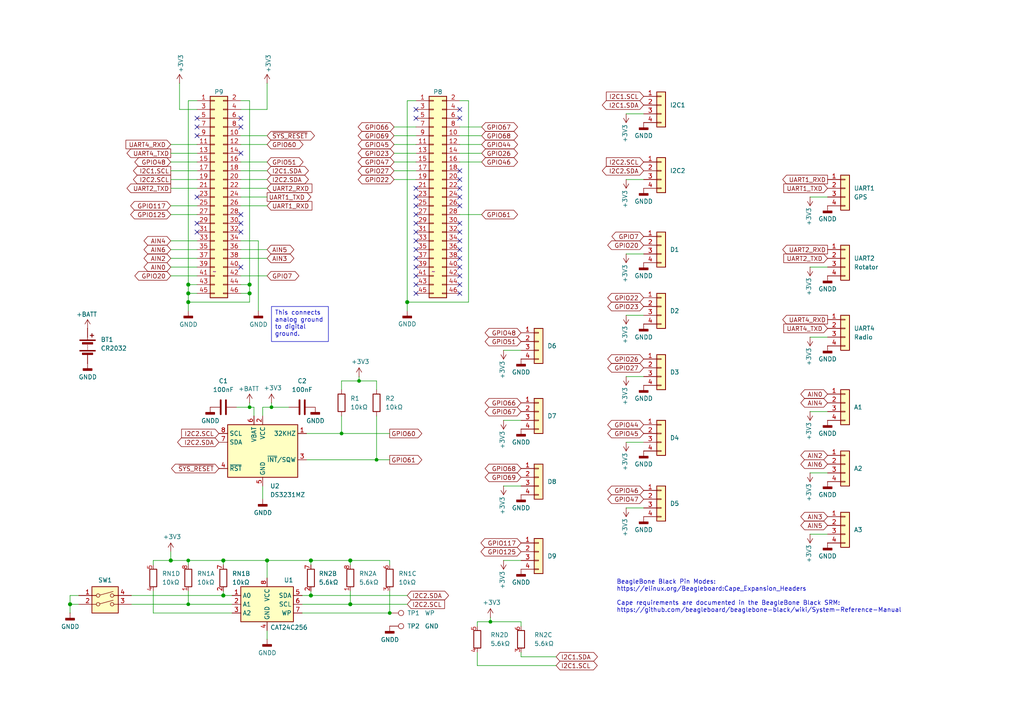
<source format=kicad_sch>
(kicad_sch (version 20250114) (generator "eeschema") (generator_version "9.0")
  (paper "A4")
  (title_block (title "BeagleBone Black  IO Cape") (date "2025-12-26") (rev "1") (company "Andrew C. Young"))
  (text "BeagleBone Black Pin Modes:\nhttps://elinux.org/Beagleboard:Cape_Expansion_Headers\n\nCape requirements are documented in the BeagleBone Black SRM:\nhttps://github.com/beagleboard/beaglebone-black/wiki/System-Reference-Manual" (at 178.816 177.8 0) (effects (font (size 1.27 1.27)) (justify left bottom)))
  (text_box "This connects analog ground to digital ground." (at 78.74 88.9 0) (size 16.51 10.16) (margins 0.9525 0.9525 0.9525 0.9525) (effects (font (size 1.27 1.27)) (justify left top)))
  (junction (at 90.17 172.72) (diameter 1.016))
  (junction (at 99.06 125.73))
  (junction (at 54.61 85.09) (diameter 1.016))
  (junction (at 142.24 180.34))
  (junction (at 113.03 177.8))
  (junction (at 109.22 133.35))
  (junction (at 118.11 87.63) (diameter 1.016))
  (junction (at 72.39 118.11))
  (junction (at 64.77 172.72) (diameter 1.016))
  (junction (at 20.32 175.26) (diameter 1.016))
  (junction (at 104.14 110.49))
  (junction (at 54.61 82.55) (diameter 1.016))
  (junction (at 72.39 85.09) (diameter 1.016))
  (junction (at 77.47 162.56) (diameter 1.016))
  (junction (at 90.17 162.56) (diameter 1.016))
  (junction (at 78.74 118.11))
  (junction (at 54.61 87.63) (diameter 1.016))
  (junction (at 54.61 162.56))
  (junction (at 64.77 162.56) (diameter 1.016))
  (junction (at 101.6 162.56) (diameter 1.016))
  (junction (at 54.61 175.26))
  (junction (at 72.39 82.55) (diameter 1.016))
  (junction (at 101.6 175.26) (diameter 1.016))
  (junction (at 49.53 162.56) (diameter 1.016))
  (no_connect (at 69.85 77.47))
  (no_connect (at 120.65 67.31))
  (no_connect (at 133.35 69.85))
  (no_connect (at 133.35 52.07))
  (no_connect (at 120.65 72.39))
  (no_connect (at 120.65 82.55))
  (no_connect (at 120.65 62.23))
  (no_connect (at 69.85 64.77))
  (no_connect (at 57.15 57.15))
  (no_connect (at 69.85 62.23))
  (no_connect (at 120.65 54.61))
  (no_connect (at 133.35 77.47))
  (no_connect (at 69.85 44.45))
  (no_connect (at 120.65 80.01))
  (no_connect (at 120.65 77.47))
  (no_connect (at 133.35 67.31))
  (no_connect (at 133.35 31.75))
  (no_connect (at 133.35 74.93))
  (no_connect (at 133.35 57.15))
  (no_connect (at 120.65 69.85))
  (no_connect (at 120.65 64.77))
  (no_connect (at 120.65 85.09))
  (no_connect (at 133.35 82.55))
  (no_connect (at 133.35 85.09))
  (no_connect (at 120.65 31.75))
  (no_connect (at 57.15 39.37))
  (no_connect (at 69.85 36.83))
  (no_connect (at 133.35 34.29))
  (no_connect (at 57.15 67.31))
  (no_connect (at 133.35 54.61))
  (no_connect (at 57.15 64.77))
  (no_connect (at 133.35 72.39))
  (no_connect (at 133.35 49.53))
  (no_connect (at 57.15 36.83))
  (no_connect (at 120.65 74.93))
  (no_connect (at 120.65 59.69))
  (no_connect (at 133.35 64.77))
  (no_connect (at 120.65 34.29))
  (no_connect (at 120.65 57.15))
  (no_connect (at 57.15 34.29))
  (no_connect (at 69.85 34.29))
  (no_connect (at 133.35 80.01))
  (no_connect (at 133.35 59.69))
  (no_connect (at 69.85 67.31))
  (wire (pts (xy 20.32 177.8) (xy 20.32 175.26)))
  (wire (pts (xy 44.45 162.56) (xy 49.53 162.56)))
  (wire (pts (xy 90.17 162.56) (xy 101.6 162.56)))
  (wire (pts (xy 49.53 160.02) (xy 49.53 162.56)))
  (wire (pts (xy 181.61 128.27) (xy 186.69 128.27)))
  (wire (pts (xy 74.93 69.85) (xy 74.93 90.17)))
  (wire (pts (xy 234.95 77.47) (xy 240.03 77.47)))
  (wire (pts (xy 138.43 180.34) (xy 142.24 180.34)))
  (wire (pts (xy 138.43 189.23) (xy 138.43 193.04)))
  (wire (pts (xy 54.61 82.55) (xy 57.15 82.55)))
  (wire (pts (xy 54.61 85.09) (xy 54.61 82.55)))
  (wire (pts (xy 69.85 80.01) (xy 77.47 80.01)))
  (wire (pts (xy 69.85 74.93) (xy 77.47 74.93)))
  (wire (pts (xy 54.61 171.45) (xy 54.61 175.26)))
  (wire (pts (xy 73.66 118.11) (xy 73.66 120.65)))
  (wire (pts (xy 101.6 171.45) (xy 101.6 175.26)))
  (wire (pts (xy 234.95 97.79) (xy 240.03 97.79)))
  (wire (pts (xy 114.3 46.99) (xy 120.65 46.99)))
  (wire (pts (xy 69.85 59.69) (xy 77.47 59.69)))
  (wire (pts (xy 87.63 175.26) (xy 101.6 175.26)))
  (wire (pts (xy 88.9 125.73) (xy 99.06 125.73)))
  (wire (pts (xy 104.14 110.49) (xy 99.06 110.49)))
  (wire (pts (xy 101.6 162.56) (xy 101.6 163.83)))
  (wire (pts (xy 78.74 116.84) (xy 78.74 118.11)))
  (wire (pts (xy 146.05 162.56) (xy 151.13 162.56)))
  (wire (pts (xy 88.9 133.35) (xy 109.22 133.35)))
  (wire (pts (xy 68.58 118.11) (xy 72.39 118.11)))
  (wire (pts (xy 114.3 39.37) (xy 120.65 39.37)))
  (wire (pts (xy 99.06 125.73) (xy 113.03 125.73)))
  (wire (pts (xy 69.85 69.85) (xy 74.93 69.85)))
  (wire (pts (xy 138.43 180.34) (xy 138.43 181.61)))
  (wire (pts (xy 54.61 87.63) (xy 72.39 87.63)))
  (wire (pts (xy 54.61 175.26) (xy 67.31 175.26)))
  (wire (pts (xy 67.31 172.72) (xy 64.77 172.72)))
  (wire (pts (xy 49.53 46.99) (xy 57.15 46.99)))
  (wire (pts (xy 151.13 190.5) (xy 161.29 190.5)))
  (wire (pts (xy 44.45 171.45) (xy 44.45 177.8)))
  (wire (pts (xy 234.95 119.38) (xy 240.03 119.38)))
  (wire (pts (xy 57.15 31.75) (xy 52.07 31.75)))
  (wire (pts (xy 76.2 144.78) (xy 76.2 140.97)))
  (wire (pts (xy 49.53 44.45) (xy 57.15 44.45)))
  (wire (pts (xy 87.63 177.8) (xy 113.03 177.8)))
  (wire (pts (xy 72.39 118.11) (xy 73.66 118.11)))
  (wire (pts (xy 118.11 87.63) (xy 135.89 87.63)))
  (wire (pts (xy 135.89 29.21) (xy 135.89 87.63)))
  (wire (pts (xy 181.61 73.66) (xy 186.69 73.66)))
  (wire (pts (xy 138.43 193.04) (xy 161.29 193.04)))
  (wire (pts (xy 49.53 77.47) (xy 57.15 77.47)))
  (wire (pts (xy 114.3 44.45) (xy 120.65 44.45)))
  (wire (pts (xy 118.11 29.21) (xy 120.65 29.21)))
  (wire (pts (xy 49.53 162.56) (xy 54.61 162.56)))
  (wire (pts (xy 77.47 162.56) (xy 90.17 162.56)))
  (wire (pts (xy 101.6 162.56) (xy 113.03 162.56)))
  (wire (pts (xy 133.35 62.23) (xy 139.7 62.23)))
  (wire (pts (xy 69.85 31.75) (xy 77.47 31.75)))
  (wire (pts (xy 109.22 133.35) (xy 113.03 133.35)))
  (wire (pts (xy 77.47 31.75) (xy 77.47 24.13)))
  (wire (pts (xy 118.11 29.21) (xy 118.11 87.63)))
  (wire (pts (xy 118.11 87.63) (xy 118.11 90.17)))
  (wire (pts (xy 52.07 31.75) (xy 52.07 24.13)))
  (wire (pts (xy 181.61 33.02) (xy 186.69 33.02)))
  (wire (pts (xy 99.06 120.65) (xy 99.06 125.73)))
  (wire (pts (xy 20.32 175.26) (xy 20.32 172.72)))
  (wire (pts (xy 181.61 147.32) (xy 186.69 147.32)))
  (wire (pts (xy 69.85 52.07) (xy 77.47 52.07)))
  (wire (pts (xy 146.05 101.6) (xy 151.13 101.6)))
  (wire (pts (xy 101.6 175.26) (xy 118.11 175.26)))
  (wire (pts (xy 146.05 140.97) (xy 151.13 140.97)))
  (wire (pts (xy 109.22 113.03) (xy 109.22 110.49)))
  (wire (pts (xy 151.13 189.23) (xy 151.13 190.5)))
  (wire (pts (xy 114.3 49.53) (xy 120.65 49.53)))
  (wire (pts (xy 49.53 72.39) (xy 57.15 72.39)))
  (wire (pts (xy 64.77 162.56) (xy 77.47 162.56)))
  (wire (pts (xy 99.06 110.49) (xy 99.06 113.03)))
  (wire (pts (xy 20.32 172.72) (xy 22.86 172.72)))
  (wire (pts (xy 181.61 109.22) (xy 186.69 109.22)))
  (wire (pts (xy 49.53 62.23) (xy 57.15 62.23)))
  (wire (pts (xy 133.35 39.37) (xy 139.7 39.37)))
  (wire (pts (xy 90.17 171.45) (xy 90.17 172.72)))
  (wire (pts (xy 104.14 110.49) (xy 104.14 109.22)))
  (wire (pts (xy 69.85 82.55) (xy 72.39 82.55)))
  (wire (pts (xy 72.39 82.55) (xy 72.39 85.09)))
  (wire (pts (xy 72.39 85.09) (xy 72.39 87.63)))
  (wire (pts (xy 64.77 171.45) (xy 64.77 172.72)))
  (wire (pts (xy 38.1 175.26) (xy 54.61 175.26)))
  (wire (pts (xy 69.85 29.21) (xy 72.39 29.21)))
  (wire (pts (xy 49.53 54.61) (xy 57.15 54.61)))
  (wire (pts (xy 69.85 49.53) (xy 77.47 49.53)))
  (wire (pts (xy 151.13 180.34) (xy 151.13 181.61)))
  (wire (pts (xy 133.35 29.21) (xy 135.89 29.21)))
  (wire (pts (xy 72.39 29.21) (xy 72.39 82.55)))
  (wire (pts (xy 69.85 57.15) (xy 77.47 57.15)))
  (wire (pts (xy 234.95 57.15) (xy 240.03 57.15)))
  (wire (pts (xy 49.53 80.01) (xy 57.15 80.01)))
  (wire (pts (xy 69.85 54.61) (xy 77.47 54.61)))
  (wire (pts (xy 49.53 49.53) (xy 57.15 49.53)))
  (wire (pts (xy 114.3 36.83) (xy 120.65 36.83)))
  (wire (pts (xy 114.3 52.07) (xy 120.65 52.07)))
  (wire (pts (xy 77.47 182.88) (xy 77.47 185.42)))
  (wire (pts (xy 90.17 172.72) (xy 87.63 172.72)))
  (wire (pts (xy 133.35 46.99) (xy 139.7 46.99)))
  (wire (pts (xy 142.24 179.07) (xy 142.24 180.34)))
  (wire (pts (xy 113.03 171.45) (xy 113.03 177.8)))
  (wire (pts (xy 54.61 29.21) (xy 54.61 82.55)))
  (wire (pts (xy 57.15 29.21) (xy 54.61 29.21)))
  (wire (pts (xy 49.53 41.91) (xy 57.15 41.91)))
  (wire (pts (xy 38.1 172.72) (xy 64.77 172.72)))
  (wire (pts (xy 133.35 44.45) (xy 139.7 44.45)))
  (wire (pts (xy 49.53 59.69) (xy 57.15 59.69)))
  (wire (pts (xy 142.24 180.34) (xy 151.13 180.34)))
  (wire (pts (xy 90.17 162.56) (xy 90.17 163.83)))
  (wire (pts (xy 133.35 41.91) (xy 139.7 41.91)))
  (wire (pts (xy 54.61 162.56) (xy 54.61 163.83)))
  (wire (pts (xy 114.3 41.91) (xy 120.65 41.91)))
  (wire (pts (xy 54.61 85.09) (xy 57.15 85.09)))
  (wire (pts (xy 54.61 87.63) (xy 54.61 85.09)))
  (wire (pts (xy 54.61 90.17) (xy 54.61 87.63)))
  (wire (pts (xy 49.53 69.85) (xy 57.15 69.85)))
  (wire (pts (xy 90.17 172.72) (xy 118.11 172.72)))
  (wire (pts (xy 109.22 120.65) (xy 109.22 133.35)))
  (wire (pts (xy 234.95 154.94) (xy 240.03 154.94)))
  (wire (pts (xy 54.61 162.56) (xy 64.77 162.56)))
  (wire (pts (xy 146.05 121.92) (xy 151.13 121.92)))
  (wire (pts (xy 44.45 162.56) (xy 44.45 163.83)))
  (wire (pts (xy 83.82 118.11) (xy 78.74 118.11)))
  (wire (pts (xy 181.61 91.44) (xy 186.69 91.44)))
  (wire (pts (xy 69.85 41.91) (xy 77.47 41.91)))
  (wire (pts (xy 20.32 175.26) (xy 22.86 175.26)))
  (wire (pts (xy 104.14 110.49) (xy 109.22 110.49)))
  (wire (pts (xy 64.77 162.56) (xy 64.77 163.83)))
  (wire (pts (xy 72.39 116.84) (xy 72.39 118.11)))
  (wire (pts (xy 113.03 162.56) (xy 113.03 163.83)))
  (wire (pts (xy 69.85 72.39) (xy 77.47 72.39)))
  (wire (pts (xy 234.95 137.16) (xy 240.03 137.16)))
  (wire (pts (xy 78.74 118.11) (xy 76.2 118.11)))
  (wire (pts (xy 69.85 46.99) (xy 77.47 46.99)))
  (wire (pts (xy 133.35 36.83) (xy 139.7 36.83)))
  (wire (pts (xy 67.31 177.8) (xy 44.45 177.8)))
  (wire (pts (xy 76.2 118.11) (xy 76.2 120.65)))
  (wire (pts (xy 69.85 39.37) (xy 77.47 39.37)))
  (wire (pts (xy 181.61 52.07) (xy 186.69 52.07)))
  (wire (pts (xy 77.47 162.56) (xy 77.47 167.64)))
  (wire (pts (xy 49.53 52.07) (xy 57.15 52.07)))
  (wire (pts (xy 49.53 74.93) (xy 57.15 74.93)))
  (wire (pts (xy 69.85 85.09) (xy 72.39 85.09)))
  (global_label "AIN4" (shape bidirectional) (at 49.53 69.85 180) (property "Intersheetrefs" "${INTERSHEET_REFS}" (effects (hide yes))))
  (global_label "AIN2" (shape bidirectional) (at 49.53 74.93 180) (property "Intersheetrefs" "${INTERSHEET_REFS}" (effects (hide yes))))
  (global_label "GPIO23" (shape bidirectional) (at 186.69 88.9 180) (property "Intersheetrefs" "${INTERSHEET_REFS}" (effects (hide yes))))
  (global_label "AIN4" (shape bidirectional) (at 240.03 116.84 180) (property "Intersheetrefs" "${INTERSHEET_REFS}" (effects (hide yes))))
  (global_label "GPIO27" (shape bidirectional) (at 114.3 49.53 180) (property "Intersheetrefs" "${INTERSHEET_REFS}" (effects (hide yes))))
  (global_label "GPIO125" (shape bidirectional) (at 151.13 160.02 180) (property "Intersheetrefs" "${INTERSHEET_REFS}" (effects (hide yes))))
  (global_label "GPIO60" (shape bidirectional) (at 77.47 41.91 0) (property "Intersheetrefs" "${INTERSHEET_REFS}" (effects (hide yes))))
  (global_label "I2C2.SCL" (shape output) (at 49.53 52.07 180) (property "Intersheetrefs" "${INTERSHEET_REFS}" (effects (hide yes))))
  (global_label "UART1_RXD" (shape output) (at 240.03 52.07 180) (property "Intersheetrefs" "${INTERSHEET_REFS}" (effects (hide yes))))
  (global_label "AIN3" (shape bidirectional) (at 240.03 149.86 180) (property "Intersheetrefs" "${INTERSHEET_REFS}" (effects (hide yes))))
  (global_label "UART1_TXD" (shape input) (at 240.03 54.61 180) (property "Intersheetrefs" "${INTERSHEET_REFS}" (effects (hide yes))))
  (global_label "GPIO48" (shape bidirectional) (at 151.13 96.52 180) (property "Intersheetrefs" "${INTERSHEET_REFS}" (effects (hide yes))))
  (global_label "UART4_TXD" (shape output) (at 49.53 44.45 180) (property "Intersheetrefs" "${INTERSHEET_REFS}" (effects (hide yes))))
  (global_label "GPIO44" (shape bidirectional) (at 186.69 123.19 180) (property "Intersheetrefs" "${INTERSHEET_REFS}" (effects (hide yes))))
  (global_label "UART1_TXD" (shape output) (at 77.47 57.15 0) (property "Intersheetrefs" "${INTERSHEET_REFS}" (effects (hide yes))))
  (global_label "GPIO26" (shape bidirectional) (at 139.7 44.45 0) (property "Intersheetrefs" "${INTERSHEET_REFS}" (effects (hide yes))))
  (global_label "GPIO69" (shape bidirectional) (at 114.3 39.37 180) (property "Intersheetrefs" "${INTERSHEET_REFS}" (effects (hide yes))))
  (global_label "~{SYS_RESET}" (shape bidirectional) (at 77.47 39.37 0) (property "Intersheetrefs" "${INTERSHEET_REFS}" (effects (hide yes))))
  (global_label "GPIO67" (shape bidirectional) (at 139.7 36.83 0) (property "Intersheetrefs" "${INTERSHEET_REFS}" (effects (hide yes))))
  (global_label "UART1_RXD" (shape input) (at 77.47 59.69 0) (property "Intersheetrefs" "${INTERSHEET_REFS}" (effects (hide yes))))
  (global_label "GPIO125" (shape bidirectional) (at 49.53 62.23 180) (property "Intersheetrefs" "${INTERSHEET_REFS}" (effects (hide yes))))
  (global_label "AIN3" (shape bidirectional) (at 77.47 74.93 0) (property "Intersheetrefs" "${INTERSHEET_REFS}" (effects (hide yes))))
  (global_label "GPIO26" (shape bidirectional) (at 186.69 104.14 180) (property "Intersheetrefs" "${INTERSHEET_REFS}" (effects (hide yes))))
  (global_label "UART2_RXD" (shape output) (at 240.03 72.39 180) (property "Intersheetrefs" "${INTERSHEET_REFS}" (effects (hide yes))))
  (global_label "I2C1.SCL" (shape input) (at 186.69 27.94 180) (property "Intersheetrefs" "${INTERSHEET_REFS}" (effects (hide yes))))
  (global_label "I2C2.SDA" (shape bidirectional) (at 186.69 49.53 180) (property "Intersheetrefs" "${INTERSHEET_REFS}" (effects (hide yes))))
  (global_label "GPIO117" (shape bidirectional) (at 49.53 59.69 180) (property "Intersheetrefs" "${INTERSHEET_REFS}" (effects (hide yes))))
  (global_label "UART2_RXD" (shape input) (at 77.47 54.61 0) (property "Intersheetrefs" "${INTERSHEET_REFS}" (effects (hide yes))))
  (global_label "GPIO20" (shape bidirectional) (at 186.69 71.12 180) (property "Intersheetrefs" "${INTERSHEET_REFS}" (effects (hide yes))))
  (global_label "GPIO117" (shape bidirectional) (at 151.13 157.48 180) (property "Intersheetrefs" "${INTERSHEET_REFS}" (effects (hide yes))))
  (global_label "I2C1.SDA" (shape bidirectional) (at 161.29 190.5 0) (property "Intersheetrefs" "${INTERSHEET_REFS}" (effects (hide yes))))
  (global_label "GPIO60" (shape output) (at 113.03 125.73 0) (property "Intersheetrefs" "${INTERSHEET_REFS}" (effects (hide yes))))
  (global_label "GPIO7" (shape bidirectional) (at 77.47 80.01 0) (property "Intersheetrefs" "${INTERSHEET_REFS}" (effects (hide yes))))
  (global_label "I2C2.SCL" (shape input) (at 118.11 175.26 0) (property "Intersheetrefs" "${INTERSHEET_REFS}" (effects (hide yes))))
  (global_label "GPIO22" (shape bidirectional) (at 114.3 52.07 180) (property "Intersheetrefs" "${INTERSHEET_REFS}" (effects (hide yes))))
  (global_label "I2C2.SCL" (shape input) (at 186.69 46.99 180) (property "Intersheetrefs" "${INTERSHEET_REFS}" (effects (hide yes))))
  (global_label "~{SYS_RESET}" (shape bidirectional) (at 63.5 135.89 180) (property "Intersheetrefs" "${INTERSHEET_REFS}" (effects (hide yes))))
  (global_label "GPIO47" (shape bidirectional) (at 114.3 46.99 180) (property "Intersheetrefs" "${INTERSHEET_REFS}" (effects (hide yes))))
  (global_label "AIN0" (shape bidirectional) (at 240.03 114.3 180) (property "Intersheetrefs" "${INTERSHEET_REFS}" (effects (hide yes))))
  (global_label "GPIO22" (shape bidirectional) (at 186.69 86.36 180) (property "Intersheetrefs" "${INTERSHEET_REFS}" (effects (hide yes))))
  (global_label "GPIO46" (shape bidirectional) (at 139.7 46.99 0) (property "Intersheetrefs" "${INTERSHEET_REFS}" (effects (hide yes))))
  (global_label "GPIO51" (shape bidirectional) (at 151.13 99.06 180) (property "Intersheetrefs" "${INTERSHEET_REFS}" (effects (hide yes))))
  (global_label "I2C1.SDA" (shape bidirectional) (at 186.69 30.48 180) (property "Intersheetrefs" "${INTERSHEET_REFS}" (effects (hide yes))))
  (global_label "GPIO66" (shape bidirectional) (at 114.3 36.83 180) (property "Intersheetrefs" "${INTERSHEET_REFS}" (effects (hide yes))))
  (global_label "I2C2.SDA" (shape bidirectional) (at 77.47 52.07 0) (property "Intersheetrefs" "${INTERSHEET_REFS}" (effects (hide yes))))
  (global_label "AIN6" (shape bidirectional) (at 240.03 134.62 180) (property "Intersheetrefs" "${INTERSHEET_REFS}" (effects (hide yes))))
  (global_label "I2C1.SDA" (shape bidirectional) (at 77.47 49.53 0) (property "Intersheetrefs" "${INTERSHEET_REFS}" (effects (hide yes))))
  (global_label "AIN2" (shape bidirectional) (at 240.03 132.08 180) (property "Intersheetrefs" "${INTERSHEET_REFS}" (effects (hide yes))))
  (global_label "GPIO48" (shape bidirectional) (at 49.53 46.99 180) (property "Intersheetrefs" "${INTERSHEET_REFS}" (effects (hide yes))))
  (global_label "GPIO7" (shape bidirectional) (at 186.69 68.58 180) (property "Intersheetrefs" "${INTERSHEET_REFS}" (effects (hide yes))))
  (global_label "GPIO47" (shape bidirectional) (at 186.69 144.78 180) (property "Intersheetrefs" "${INTERSHEET_REFS}" (effects (hide yes))))
  (global_label "GPIO68" (shape bidirectional) (at 151.13 135.89 180) (property "Intersheetrefs" "${INTERSHEET_REFS}" (effects (hide yes))))
  (global_label "GPIO61" (shape output) (at 113.03 133.35 0) (property "Intersheetrefs" "${INTERSHEET_REFS}" (effects (hide yes))))
  (global_label "UART4_RXD" (shape output) (at 240.03 92.71 180) (property "Intersheetrefs" "${INTERSHEET_REFS}" (effects (hide yes))))
  (global_label "GPIO66" (shape bidirectional) (at 151.13 116.84 180) (property "Intersheetrefs" "${INTERSHEET_REFS}" (effects (hide yes))))
  (global_label "GPIO68" (shape bidirectional) (at 139.7 39.37 0) (property "Intersheetrefs" "${INTERSHEET_REFS}" (effects (hide yes))))
  (global_label "UART2_TXD" (shape output) (at 49.53 54.61 180) (property "Intersheetrefs" "${INTERSHEET_REFS}" (effects (hide yes))))
  (global_label "GPIO27" (shape bidirectional) (at 186.69 106.68 180) (property "Intersheetrefs" "${INTERSHEET_REFS}" (effects (hide yes))))
  (global_label "GPIO61" (shape bidirectional) (at 139.7 62.23 0) (property "Intersheetrefs" "${INTERSHEET_REFS}" (effects (hide yes))))
  (global_label "AIN6" (shape bidirectional) (at 49.53 72.39 180) (property "Intersheetrefs" "${INTERSHEET_REFS}" (effects (hide yes))))
  (global_label "I2C2.SCL" (shape input) (at 63.5 125.73 180) (property "Intersheetrefs" "${INTERSHEET_REFS}" (effects (hide yes))))
  (global_label "AIN5" (shape bidirectional) (at 77.47 72.39 0) (property "Intersheetrefs" "${INTERSHEET_REFS}" (effects (hide yes))))
  (global_label "UART4_RXD" (shape input) (at 49.53 41.91 180) (property "Intersheetrefs" "${INTERSHEET_REFS}" (effects (hide yes))))
  (global_label "UART2_TXD" (shape input) (at 240.03 74.93 180) (property "Intersheetrefs" "${INTERSHEET_REFS}" (effects (hide yes))))
  (global_label "I2C2.SDA" (shape bidirectional) (at 63.5 128.27 180) (property "Intersheetrefs" "${INTERSHEET_REFS}" (effects (hide yes))))
  (global_label "GPIO67" (shape bidirectional) (at 151.13 119.38 180) (property "Intersheetrefs" "${INTERSHEET_REFS}" (effects (hide yes))))
  (global_label "GPIO23" (shape bidirectional) (at 114.3 44.45 180) (property "Intersheetrefs" "${INTERSHEET_REFS}" (effects (hide yes))))
  (global_label "GPIO45" (shape bidirectional) (at 114.3 41.91 180) (property "Intersheetrefs" "${INTERSHEET_REFS}" (effects (hide yes))))
  (global_label "AIN5" (shape bidirectional) (at 240.03 152.4 180) (property "Intersheetrefs" "${INTERSHEET_REFS}" (effects (hide yes))))
  (global_label "AIN0" (shape bidirectional) (at 49.53 77.47 180) (property "Intersheetrefs" "${INTERSHEET_REFS}" (effects (hide yes))))
  (global_label "GPIO51" (shape bidirectional) (at 77.47 46.99 0) (property "Intersheetrefs" "${INTERSHEET_REFS}" (effects (hide yes))))
  (global_label "I2C1.SCL" (shape bidirectional) (at 161.29 193.04 0) (property "Intersheetrefs" "${INTERSHEET_REFS}" (effects (hide yes))))
  (global_label "GPIO45" (shape bidirectional) (at 186.69 125.73 180) (property "Intersheetrefs" "${INTERSHEET_REFS}" (effects (hide yes))))
  (global_label "GPIO44" (shape bidirectional) (at 139.7 41.91 0) (property "Intersheetrefs" "${INTERSHEET_REFS}" (effects (hide yes))))
  (global_label "UART4_TXD" (shape input) (at 240.03 95.25 180) (property "Intersheetrefs" "${INTERSHEET_REFS}" (effects (hide yes))))
  (global_label "I2C2.SDA" (shape bidirectional) (at 118.11 172.72 0) (property "Intersheetrefs" "${INTERSHEET_REFS}" (effects (hide yes))))
  (global_label "GPIO20" (shape bidirectional) (at 49.53 80.01 180) (property "Intersheetrefs" "${INTERSHEET_REFS}" (effects (hide yes))))
  (global_label "GPIO46" (shape bidirectional) (at 186.69 142.24 180) (property "Intersheetrefs" "${INTERSHEET_REFS}" (effects (hide yes))))
  (global_label "I2C1.SCL" (shape output) (at 49.53 49.53 180) (property "Intersheetrefs" "${INTERSHEET_REFS}" (effects (hide yes))))
  (global_label "GPIO69" (shape bidirectional) (at 151.13 138.43 180) (property "Intersheetrefs" "${INTERSHEET_REFS}" (effects (hide yes))))
  (symbol (lib_id "power:GNDD") (at 118.11 90.17 0) (unit 1)
    (property "Reference" "#PWR04" (effects (hide yes)))
    (property "Value" "GNDD" (at 118.11 93.98 0))
    (property "Description" "Power symbol creates a global label with name \"GNDD\" , digital ground" (effects (hide yes)))
  )
  (symbol (lib_id "power:+3.3V") (at 77.47 24.13 0) (unit 1)
    (property "Reference" "#PWR06" (effects (hide yes)))
    (property "Value" "+3V3" (at 77.8256 21.082 90) (effects (justify left)))
    (property "Description" "Power symbol creates a global label with name \"+3.3V\"" (effects (hide yes)))
  )
  (symbol (lib_id "power:+3.3V") (at 52.07 24.13 0) (unit 1)
    (property "Reference" "#PWR08" (effects (hide yes)))
    (property "Value" "+3V3" (at 52.4256 21.082 90) (effects (justify left)))
    (property "Description" "Power symbol creates a global label with name \"+3.3V\"" (effects (hide yes)))
  )
  (symbol (lib_name "Conn_02x23_Odd_Even_1") (lib_id "Connector_Generic:Conn_02x23_Odd_Even") (at 62.23 57.15 0) (unit 1)
    (property "Reference" "P9" (at 63.5 26.67 0))
    (property "Value" "BeagleBone_Black_Header" (effects (hide yes)))
    (property "Footprint" "Connector_PinHeader_2.54mm:PinHeader_2x23_P2.54mm_Vertical" (effects (hide yes)))
    (property "Datasheet" "~" (at 62.23 78.74 0) (effects (font (size 1.524 1.524))))
    (property "Description" "Generic connector, double row, 02x23, odd/even pin numbering scheme (row 1 odd numbers, row 2 even numbers), script generated (kicad-library-utils/schlib/autogen/connector/)" (effects (hide yes)))
  )
  (symbol (lib_id "Connector_Generic:Conn_02x23_Odd_Even") (at 125.73 57.15 0) (unit 1)
    (property "Reference" "P8" (at 127 26.67 0))
    (property "Value" "BeagleBone_Black_Header" (effects (hide yes)))
    (property "Footprint" "Connector_PinHeader_2.54mm:PinHeader_2x23_P2.54mm_Vertical" (effects (hide yes)))
    (property "Datasheet" "~" (at 125.73 78.74 0) (effects (font (size 1.524 1.524))))
    (property "Description" "Generic connector, double row, 02x23, odd/even pin numbering scheme (row 1 odd numbers, row 2 even numbers), script generated (kicad-library-utils/schlib/autogen/connector/)" (effects (hide yes)))
  )
  (symbol (lib_id "power:GNDD") (at 186.69 111.76 0) (unit 1)
    (property "Reference" "#PWR023" (effects (hide yes)))
    (property "Value" "GNDD" (at 186.69 115.57 0))
    (property "Description" "Power symbol creates a global label with name \"GNDD\" , digital ground" (effects (hide yes)))
  )
  (symbol (lib_id "power:GNDD") (at 151.13 124.46 0) (unit 1)
    (property "Reference" "#PWR036" (effects (hide yes)))
    (property "Value" "GNDD" (at 151.13 128.27 0))
    (property "Description" "Power symbol creates a global label with name \"GNDD\" , digital ground" (effects (hide yes)))
  )
  (symbol (lib_id "power:+3.3V") (at 181.61 91.44 180) (unit 1)
    (property "Reference" "#PWR012" (effects (hide yes)))
    (property "Value" "+3V3" (at 181.2544 94.488 90) (effects (justify left)))
    (property "Description" "Power symbol creates a global label with name \"+3.3V\"" (effects (hide yes)))
  )
  (symbol (lib_id "Connector_Generic:Conn_01x04") (at 191.77 88.9 0) (unit 1)
    (property "Reference" "D2" (at 194.31 90.1699 0) (effects (justify left)))
    (property "Footprint" "Connector:NS-Tech_Grove_1x04_P2mm_Vertical" (effects (hide yes)))
    (property "Description" "Generic connector, single row, 01x04, script generated (kicad-library-utils/schlib/autogen/connector/)" (effects (hide yes)))
    (property "LCSC Part #" "C5359601" (effects (hide yes)))
  )
  (symbol (lib_id "power:+3.3V") (at 234.95 57.15 180) (unit 1)
    (property "Reference" "#PWR017" (effects (hide yes)))
    (property "Value" "+3V3" (at 234.5944 60.198 90) (effects (justify left)))
    (property "Description" "Power symbol creates a global label with name \"+3.3V\"" (effects (hide yes)))
  )
  (symbol (lib_id "Connector_Generic:Conn_01x04") (at 156.21 99.06 0) (unit 1)
    (property "Reference" "D6" (at 158.75 100.3299 0) (effects (justify left)))
    (property "Footprint" "Connector:NS-Tech_Grove_1x04_P2mm_Vertical" (effects (hide yes)))
    (property "Description" "Generic connector, single row, 01x04, script generated (kicad-library-utils/schlib/autogen/connector/)" (effects (hide yes)))
    (property "LCSC Part #" "C5359601" (effects (hide yes)))
  )
  (symbol (lib_id "power:GNDD") (at 113.03 181.61 0) (unit 1)
    (property "Reference" "#PWR051" (effects (hide yes)))
    (property "Value" "GNDD" (at 113.0808 185.5534 0))
    (property "Description" "Power symbol creates a global label with name \"GNDD\" , digital ground" (effects (hide yes)))
  )
  (symbol (lib_id "power:+3.3V") (at 146.05 140.97 180) (unit 1)
    (property "Reference" "#PWR033" (effects (hide yes)))
    (property "Value" "+3V3" (at 145.6944 144.018 90) (effects (justify left)))
    (property "Description" "Power symbol creates a global label with name \"+3.3V\"" (effects (hide yes)))
  )
  (symbol (lib_id "Connector_Generic:Conn_01x04") (at 191.77 49.53 0) (unit 1)
    (property "Reference" "I2C2" (at 194.31 49.5299 0) (effects (justify left)))
    (property "Footprint" "Connector:NS-Tech_Grove_1x04_P2mm_Vertical" (effects (hide yes)))
    (property "Description" "Generic connector, single row, 01x04, script generated (kicad-library-utils/schlib/autogen/connector/)" (effects (hide yes)))
    (property "LCSC Part #" "C5359601" (effects (hide yes)))
  )
  (symbol (lib_id "power:+3.3V") (at 234.95 137.16 180) (unit 1)
    (property "Reference" "#PWR025" (effects (hide yes)))
    (property "Value" "+3V3" (at 234.5944 140.208 90) (effects (justify left)))
    (property "Description" "Power symbol creates a global label with name \"+3.3V\"" (effects (hide yes)))
  )
  (symbol (lib_id "Connector_Generic:Conn_01x04") (at 245.11 54.61 0) (unit 1)
    (property "Reference" "UART1" (at 247.65 54.6099 0) (effects (justify left)))
    (property "Value" "GPS" (at 247.65 57.1499 0) (effects (justify left)))
    (property "Footprint" "Connector:NS-Tech_Grove_1x04_P2mm_Vertical" (effects (hide yes)))
    (property "Description" "Generic connector, single row, 01x04, script generated (kicad-library-utils/schlib/autogen/connector/)" (effects (hide yes)))
    (property "LCSC Part #" "C5359601" (effects (hide yes)))
  )
  (symbol (lib_id "Device:R_Pack04_Split") (at 101.6 167.64 0) (unit 1)
    (property "Reference" "RN2" (at 104.14 166.37 0) (effects (justify left)))
    (property "Value" "5.6kΩ" (at 104.14 168.91 0) (effects (justify left)))
    (property "Footprint" "Resistor_SMD:R_Array_Convex_4x0603" (effects (hide yes)))
    (property "Description" "4 resistor network, parallel topology, split" (effects (hide yes)))
    (property "LCSC Part #" "C12029" (effects (hide yes)))
  )
  (symbol (lib_id "Connector_Generic:Conn_01x04") (at 191.77 30.48 0) (unit 1)
    (property "Reference" "I2C1" (at 194.31 30.4799 0) (effects (justify left)))
    (property "Footprint" "Connector:NS-Tech_Grove_1x04_P2mm_Vertical" (effects (hide yes)))
    (property "Description" "Generic connector, single row, 01x04, script generated (kicad-library-utils/schlib/autogen/connector/)" (effects (hide yes)))
    (property "LCSC Part #" "C5359601" (effects (hide yes)))
  )
  (symbol (lib_id "Connector_Generic:Conn_01x04") (at 191.77 125.73 0) (unit 1)
    (property "Reference" "D4" (at 194.31 126.9999 0) (effects (justify left)))
    (property "Footprint" "Connector:NS-Tech_Grove_1x04_P2mm_Vertical" (effects (hide yes)))
    (property "Description" "Generic connector, single row, 01x04, script generated (kicad-library-utils/schlib/autogen/connector/)" (effects (hide yes)))
    (property "LCSC Part #" "C5359601" (effects (hide yes)))
  )
  (symbol (lib_id "power:+3.3V") (at 146.05 101.6 180) (unit 1)
    (property "Reference" "#PWR032" (effects (hide yes)))
    (property "Value" "+3V3" (at 145.6944 104.648 90) (effects (justify left)))
    (property "Description" "Power symbol creates a global label with name \"+3.3V\"" (effects (hide yes)))
  )
  (symbol (lib_id "Connector_Generic:Conn_01x04") (at 156.21 160.02 0) (unit 1)
    (property "Reference" "D9" (at 158.75 161.2899 0) (effects (justify left)))
    (property "Footprint" "Connector:NS-Tech_Grove_1x04_P2mm_Vertical" (effects (hide yes)))
    (property "Description" "Generic connector, single row, 01x04, script generated (kicad-library-utils/schlib/autogen/connector/)" (effects (hide yes)))
    (property "LCSC Part #" "C5359601" (effects (hide yes)))
  )
  (symbol (lib_id "power:+3.3V") (at 181.61 33.02 180) (unit 1)
    (property "Reference" "#PWR01" (effects (hide yes)))
    (property "Value" "+3V3" (at 181.2544 36.068 90) (effects (justify left)))
    (property "Description" "Power symbol creates a global label with name \"+3.3V\"" (effects (hide yes)))
  )
  (symbol (lib_id "power:GNDD") (at 186.69 35.56 0) (unit 1)
    (property "Reference" "#PWR02" (effects (hide yes)))
    (property "Value" "GNDD" (at 186.69 39.37 0))
    (property "Description" "Power symbol creates a global label with name \"GNDD\" , digital ground" (effects (hide yes)))
  )
  (symbol (lib_id "power:GNDD") (at 240.03 121.92 0) (unit 1)
    (property "Reference" "#PWR027" (effects (hide yes)))
    (property "Value" "GNDD" (at 240.03 125.73 0))
    (property "Description" "Power symbol creates a global label with name \"GNDD\" , digital ground" (effects (hide yes)))
  )
  (symbol (lib_id "power:+3.3V") (at 78.74 116.84 0) (unit 1)
    (property "Reference" "#PWR038" (effects (hide yes)))
    (property "Value" "+3V3" (at 79.1083 112.5156 0))
    (property "Description" "Power symbol creates a global label with name \"+3.3V\"" (effects (hide yes)))
  )
  (symbol (lib_id "Device:R_Pack04_Split") (at 90.17 167.64 0) (unit 2)
    (property "Reference" "RN2" (at 92.456 166.37 0) (effects (justify left)))
    (property "Value" "5.6kΩ" (at 92.456 168.91 0) (effects (justify left)))
    (property "Footprint" "Resistor_SMD:R_Array_Convex_4x0603" (effects (hide yes)))
    (property "Description" "4 resistor network, parallel topology, split" (effects (hide yes)))
    (property "LCSC Part #" "C12029" (effects (hide yes)))
  )
  (symbol (lib_id "Timer_RTC:DS3231MZ") (at 76.2 130.81 0) (unit 1)
    (property "Reference" "U2" (at 78.3433 140.97 0) (effects (justify left)))
    (property "Value" "DS3231MZ" (at 78.3433 143.51 0) (effects (justify left)))
    (property "Footprint" "Package_SO:SOIC-8_3.9x4.9mm_P1.27mm" (effects (hide yes)))
    (property "Datasheet" "http://datasheets.maximintegrated.com/en/ds/DS3231M.pdf" (effects (hide yes)))
    (property "Description" "±5ppm, I2C Real-Time Clock SOIC-8" (effects (hide yes)))
    (property "LCSC Part #" "C107410" (effects (hide yes)))
  )
  (symbol (lib_id "Device:Battery") (at 25.4 100.33 0) (unit 1)
    (property "Reference" "BT1" (at 29.21 98.4884 0) (effects (justify left)))
    (property "Value" "CR2032" (at 29.21 101.0284 0) (effects (justify left)))
    (property "Footprint" "Battery:BatteryHolder_Multicomp_BC-2001_1x2032" (effects (hide yes)))
    (property "Description" "Multiple-cell battery" (effects (hide yes)))
    (property "LCSC Part #" "C964833" (effects (hide yes)))
  )
  (symbol (lib_id "Connector_Generic:Conn_01x04") (at 245.11 95.25 0) (unit 1)
    (property "Reference" "UART4" (at 247.65 95.2499 0) (effects (justify left)))
    (property "Value" "Radio" (at 247.65 97.7899 0) (effects (justify left)))
    (property "Footprint" "Connector:NS-Tech_Grove_1x04_P2mm_Vertical" (effects (hide yes)))
    (property "Description" "Generic connector, single row, 01x04, script generated (kicad-library-utils/schlib/autogen/connector/)" (effects (hide yes)))
    (property "LCSC Part #" "C5359601" (effects (hide yes)))
  )
  (symbol (lib_id "power:GNDD") (at 151.13 165.1 0) (unit 1)
    (property "Reference" "#PWR046" (effects (hide yes)))
    (property "Value" "GNDD" (at 151.13 168.91 0))
    (property "Description" "Power symbol creates a global label with name \"GNDD\" , digital ground" (effects (hide yes)))
  )
  (symbol (lib_id "power:+3.3V") (at 181.61 52.07 180) (unit 1)
    (property "Reference" "#PWR03" (effects (hide yes)))
    (property "Value" "+3V3" (at 181.2544 55.118 90) (effects (justify left)))
    (property "Description" "Power symbol creates a global label with name \"+3.3V\"" (effects (hide yes)))
  )
  (symbol (lib_id "power:GNDD") (at 186.69 76.2 0) (unit 1)
    (property "Reference" "#PWR011" (effects (hide yes)))
    (property "Value" "GNDD" (at 186.69 80.01 0))
    (property "Description" "Power symbol creates a global label with name \"GNDD\" , digital ground" (effects (hide yes)))
  )
  (symbol (lib_id "power:+3.3V") (at 146.05 162.56 180) (unit 1)
    (property "Reference" "#PWR044" (effects (hide yes)))
    (property "Value" "+3V3" (at 145.6944 165.608 90) (effects (justify left)))
    (property "Description" "Power symbol creates a global label with name \"+3.3V\"" (effects (hide yes)))
  )
  (symbol (lib_id "Connector_Generic:Conn_01x04") (at 245.11 74.93 0) (unit 1)
    (property "Reference" "UART2" (at 247.65 74.9299 0) (effects (justify left)))
    (property "Value" "Rotator" (at 247.65 77.4699 0) (effects (justify left)))
    (property "Footprint" "Connector:NS-Tech_Grove_1x04_P2mm_Vertical" (effects (hide yes)))
    (property "Description" "Generic connector, single row, 01x04, script generated (kicad-library-utils/schlib/autogen/connector/)" (effects (hide yes)))
    (property "LCSC Part #" "C5359601" (effects (hide yes)))
  )
  (symbol (lib_id "Connector:TestPoint") (at 113.03 177.8 270) (unit 1)
    (property "Reference" "TP1" (at 118.11 177.8 90) (effects (justify left)))
    (property "Value" "WP" (at 123.19 177.8 90) (effects (justify left)))
    (property "Footprint" "TestPoint:TestPoint_Keystone_5010-5014_Multipurpose" (effects (hide yes)))
    (property "Description" "test point" (effects (hide yes)))
    (property "LCSC Part #" "C2906765" (effects (hide yes)))
  )
  (symbol (lib_id "power:GNDD") (at 74.93 90.17 0) (unit 1)
    (property "Reference" "#PWR07" (effects (hide yes)))
    (property "Value" "GNDD" (at 74.9808 94.1134 0))
    (property "Description" "Power symbol creates a global label with name \"GNDD\" , digital ground" (effects (hide yes)))
  )
  (symbol (lib_id "power:GNDD") (at 60.96 118.11 0) (unit 1)
    (property "Reference" "#PWR047" (effects (hide yes)))
    (property "Value" "GNDD" (at 61.0108 122.0534 0))
    (property "Description" "Power symbol creates a global label with name \"GNDD\" , digital ground" (effects (hide yes)))
  )
  (symbol (lib_id "Device:R") (at 99.06 116.84 0) (unit 1)
    (property "Reference" "R1" (at 101.6 115.5699 0) (effects (justify left)))
    (property "Value" "10kΩ" (at 101.6 118.1099 0) (effects (justify left)))
    (property "Footprint" "Resistor_SMD:R_0603_1608Metric" (effects (hide yes)))
    (property "Description" "Resistor" (effects (hide yes)))
    (property "LCSC Part #" "C25804" (effects (hide yes)))
  )
  (symbol (lib_id "Device:R_Pack04_Split") (at 54.61 167.64 0) (unit 1)
    (property "Reference" "RN1" (at 57.15 166.3699 0) (effects (justify left)))
    (property "Value" "10kΩ" (at 57.15 168.9099 0) (effects (justify left)))
    (property "Footprint" "Resistor_SMD:R_Array_Convex_4x0603" (effects (hide yes)))
    (property "Description" "4 resistor network, parallel topology, split" (effects (hide yes)))
    (property "LCSC Part #" "C29718" (effects (hide yes)))
  )
  (symbol (lib_id "Connector_Generic:Conn_01x04") (at 245.11 116.84 0) (unit 1)
    (property "Reference" "A1" (at 247.65 118.1099 0) (effects (justify left)))
    (property "Footprint" "Connector:NS-Tech_Grove_1x04_P2mm_Vertical" (effects (hide yes)))
    (property "Description" "Generic connector, single row, 01x04, script generated (kicad-library-utils/schlib/autogen/connector/)" (effects (hide yes)))
    (property "LCSC Part #" "C5359601" (effects (hide yes)))
  )
  (symbol (lib_id "power:+3.3V") (at 104.14 109.22 0) (unit 1)
    (property "Reference" "#PWR048" (effects (hide yes)))
    (property "Value" "+3V3" (at 104.5083 104.8956 0))
    (property "Description" "Power symbol creates a global label with name \"+3.3V\"" (effects (hide yes)))
  )
  (symbol (lib_id "Device:R_Pack04_Split") (at 44.45 167.64 0) (unit 4)
    (property "Reference" "RN1" (at 46.99 166.3699 0) (effects (justify left)))
    (property "Value" "10kΩ" (at 46.99 168.9099 0) (effects (justify left)))
    (property "Footprint" "Resistor_SMD:R_Array_Convex_4x0603" (effects (hide yes)))
    (property "Description" "4 resistor network, parallel topology, split" (effects (hide yes)))
    (property "LCSC Part #" "C29718" (effects (hide yes)))
  )
  (symbol (lib_id "Device:R_Pack04_Split") (at 151.13 185.42 0) (unit 3)
    (property "Reference" "RN2" (at 154.94 184.1499 0) (effects (justify left)))
    (property "Value" "5.6kΩ" (at 154.94 186.6899 0) (effects (justify left)))
    (property "Footprint" "Resistor_SMD:R_Array_Convex_4x0603" (effects (hide yes)))
    (property "Description" "4 resistor network, parallel topology, split" (effects (hide yes)))
    (property "LCSC Part #" "C12029" (effects (hide yes)))
  )
  (symbol (lib_id "power:+3.3V") (at 234.95 154.94 180) (unit 1)
    (property "Reference" "#PWR026" (effects (hide yes)))
    (property "Value" "+3V3" (at 234.5944 157.988 90) (effects (justify left)))
    (property "Description" "Power symbol creates a global label with name \"+3.3V\"" (effects (hide yes)))
  )
  (symbol (lib_id "Connector:TestPoint") (at 113.03 181.61 270) (unit 1)
    (property "Reference" "TP2" (at 118.11 181.61 90) (effects (justify left)))
    (property "Value" "GND" (at 123.19 181.61 90) (effects (justify left)))
    (property "Footprint" "TestPoint:TestPoint_Keystone_5010-5014_Multipurpose" (effects (hide yes)))
    (property "Description" "test point" (effects (hide yes)))
    (property "LCSC Part #" "C2906765" (effects (hide yes)))
  )
  (symbol (lib_id "Device:R") (at 109.22 116.84 0) (unit 1)
    (property "Reference" "R2" (at 111.76 115.5699 0) (effects (justify left)))
    (property "Value" "10kΩ" (at 111.76 118.1099 0) (effects (justify left)))
    (property "Footprint" "Resistor_SMD:R_0603_1608Metric" (effects (hide yes)))
    (property "Description" "Resistor" (effects (hide yes)))
    (property "LCSC Part #" "C25804" (effects (hide yes)))
  )
  (symbol (lib_id "Connector_Generic:Conn_01x04") (at 191.77 106.68 0) (unit 1)
    (property "Reference" "D3" (at 194.31 107.9499 0) (effects (justify left)))
    (property "Footprint" "Connector:NS-Tech_Grove_1x04_P2mm_Vertical" (effects (hide yes)))
    (property "Description" "Generic connector, single row, 01x04, script generated (kicad-library-utils/schlib/autogen/connector/)" (effects (hide yes)))
    (property "LCSC Part #" "C5359601" (effects (hide yes)))
  )
  (symbol (lib_id "power:+BATT") (at 25.4 95.25 0) (unit 1)
    (property "Reference" "#PWR049" (effects (hide yes)))
    (property "Value" "+BATT" (at 25.146 91.186 0))
    (property "Description" "Power symbol creates a global label with name \"+BATT\"" (effects (hide yes)))
  )
  (symbol (lib_id "Connector_Generic:Conn_01x04") (at 191.77 71.12 0) (unit 1)
    (property "Reference" "D1" (at 194.31 72.3899 0) (effects (justify left)))
    (property "Footprint" "Connector:NS-Tech_Grove_1x04_P2mm_Vertical" (effects (hide yes)))
    (property "Description" "Generic connector, single row, 01x04, script generated (kicad-library-utils/schlib/autogen/connector/)" (effects (hide yes)))
    (property "LCSC Part #" "C5359601" (effects (hide yes)))
  )
  (symbol (lib_id "Connector_Generic:Conn_01x04") (at 191.77 144.78 0) (unit 1)
    (property "Reference" "D5" (at 194.31 146.0499 0) (effects (justify left)))
    (property "Footprint" "Connector:NS-Tech_Grove_1x04_P2mm_Vertical" (effects (hide yes)))
    (property "Description" "Generic connector, single row, 01x04, script generated (kicad-library-utils/schlib/autogen/connector/)" (effects (hide yes)))
    (property "LCSC Part #" "C5359601" (effects (hide yes)))
  )
  (symbol (lib_id "power:GNDD") (at 240.03 80.01 0) (unit 1)
    (property "Reference" "#PWR020" (effects (hide yes)))
    (property "Value" "GNDD" (at 240.03 83.82 0))
    (property "Description" "Power symbol creates a global label with name \"GNDD\" , digital ground" (effects (hide yes)))
  )
  (symbol (lib_id "power:GNDD") (at 151.13 143.51 0) (unit 1)
    (property "Reference" "#PWR039" (effects (hide yes)))
    (property "Value" "GNDD" (at 151.13 147.32 0))
    (property "Description" "Power symbol creates a global label with name \"GNDD\" , digital ground" (effects (hide yes)))
  )
  (symbol (lib_id "Device:C") (at 87.63 118.11 270) (unit 1)
    (property "Reference" "C2" (at 87.63 110.49 90))
    (property "Value" "100nF" (at 87.63 113.03 90))
    (property "Footprint" "Capacitor_SMD:C_0603_1608Metric" (effects (hide yes)))
    (property "Description" "Unpolarized capacitor" (effects (hide yes)))
    (property "LCSC Part #" "C14663" (effects (hide yes)))
  )
  (symbol (lib_id "power:GNDD") (at 76.2 144.78 0) (unit 1)
    (property "Reference" "#PWR041" (effects (hide yes)))
    (property "Value" "GNDD" (at 76.2508 148.7234 0))
    (property "Description" "Power symbol creates a global label with name \"GNDD\" , digital ground" (effects (hide yes)))
  )
  (symbol (lib_id "power:+3.3V") (at 142.24 179.07 0) (unit 1)
    (property "Reference" "#PWR037" (effects (hide yes)))
    (property "Value" "+3V3" (at 142.6083 174.7456 0))
    (property "Description" "Power symbol creates a global label with name \"+3.3V\"" (effects (hide yes)))
  )
  (symbol (lib_id "power:GNDD") (at 240.03 157.48 0) (unit 1)
    (property "Reference" "#PWR029" (effects (hide yes)))
    (property "Value" "GNDD" (at 240.03 161.29 0))
    (property "Description" "Power symbol creates a global label with name \"GNDD\" , digital ground" (effects (hide yes)))
  )
  (symbol (lib_id "power:+3.3V") (at 234.95 97.79 180) (unit 1)
    (property "Reference" "#PWR021" (effects (hide yes)))
    (property "Value" "+3V3" (at 234.5944 100.838 90) (effects (justify left)))
    (property "Description" "Power symbol creates a global label with name \"+3.3V\"" (effects (hide yes)))
  )
  (symbol (lib_id "power:GNDD") (at 186.69 54.61 0) (unit 1)
    (property "Reference" "#PWR05" (effects (hide yes)))
    (property "Value" "GNDD" (at 186.69 58.42 0))
    (property "Description" "Power symbol creates a global label with name \"GNDD\" , digital ground" (effects (hide yes)))
  )
  (symbol (lib_id "power:GNDD") (at 77.47 185.42 0) (unit 1)
    (property "Reference" "#PWR0108" (effects (hide yes)))
    (property "Value" "GNDD" (at 77.5208 189.3634 0))
    (property "Description" "Power symbol creates a global label with name \"GNDD\" , digital ground" (effects (hide yes)))
  )
  (symbol (lib_id "power:+3.3V") (at 181.61 147.32 180) (unit 1)
    (property "Reference" "#PWR042" (effects (hide yes)))
    (property "Value" "+3V3" (at 181.2544 150.368 90) (effects (justify left)))
    (property "Description" "Power symbol creates a global label with name \"+3.3V\"" (effects (hide yes)))
  )
  (symbol (lib_id "power:GNDD") (at 20.32 177.8 0) (unit 1)
    (property "Reference" "#PWR0101" (effects (hide yes)))
    (property "Value" "GNDD" (at 20.3708 181.7434 0))
    (property "Description" "Power symbol creates a global label with name \"GNDD\" , digital ground" (effects (hide yes)))
  )
  (symbol (lib_id "power:GNDD") (at 186.69 93.98 0) (unit 1)
    (property "Reference" "#PWR013" (effects (hide yes)))
    (property "Value" "GNDD" (at 186.69 97.79 0))
    (property "Description" "Power symbol creates a global label with name \"GNDD\" , digital ground" (effects (hide yes)))
  )
  (symbol (lib_id "power:GNDD") (at 186.69 149.86 0) (unit 1)
    (property "Reference" "#PWR043" (effects (hide yes)))
    (property "Value" "GNDD" (at 186.69 153.67 0))
    (property "Description" "Power symbol creates a global label with name \"GNDD\" , digital ground" (effects (hide yes)))
  )
  (symbol (lib_id "power:+3.3V") (at 181.61 73.66 180) (unit 1)
    (property "Reference" "#PWR010" (effects (hide yes)))
    (property "Value" "+3V3" (at 181.2544 76.708 90) (effects (justify left)))
    (property "Description" "Power symbol creates a global label with name \"+3.3V\"" (effects (hide yes)))
  )
  (symbol (lib_id "power:GNDD") (at 240.03 59.69 0) (unit 1)
    (property "Reference" "#PWR018" (effects (hide yes)))
    (property "Value" "GNDD" (at 240.03 63.5 0))
    (property "Description" "Power symbol creates a global label with name \"GNDD\" , digital ground" (effects (hide yes)))
  )
  (symbol (lib_id "power:+BATT") (at 72.39 116.84 0) (unit 1)
    (property "Reference" "#PWR040" (effects (hide yes)))
    (property "Value" "+BATT" (at 72.136 112.776 0))
    (property "Description" "Power symbol creates a global label with name \"+BATT\"" (effects (hide yes)))
  )
  (symbol (lib_id "Switch:SW_DIP_x02") (at 30.48 175.26 0) (unit 1)
    (property "Reference" "SW1" (at 30.48 168.2686 0))
    (property "Value" "SW_DIP_x02" (effects (hide yes)))
    (property "Footprint" "Button_Switch_SMD:SW_DIP_SPSTx02_Slide_6.7x6.64mm_W8.61mm_P2.54mm_LowProfile" (effects (hide yes)))
    (property "Description" "2x DIP Switch, Single Pole Single Throw (SPST) switch, small symbol" (effects (hide yes)))
    (property "LCSC Part #" "C6331180" (effects (hide yes)))
  )
  (symbol (lib_id "Connector_Generic:Conn_01x04") (at 245.11 134.62 0) (unit 1)
    (property "Reference" "A2" (at 247.65 135.8899 0) (effects (justify left)))
    (property "Footprint" "Connector:NS-Tech_Grove_1x04_P2mm_Vertical" (effects (hide yes)))
    (property "Description" "Generic connector, single row, 01x04, script generated (kicad-library-utils/schlib/autogen/connector/)" (effects (hide yes)))
    (property "LCSC Part #" "C5359601" (effects (hide yes)))
  )
  (symbol (lib_id "Connector_Generic:Conn_01x04") (at 156.21 138.43 0) (unit 1)
    (property "Reference" "D8" (at 158.75 139.6999 0) (effects (justify left)))
    (property "Footprint" "Connector:NS-Tech_Grove_1x04_P2mm_Vertical" (effects (hide yes)))
    (property "Description" "Generic connector, single row, 01x04, script generated (kicad-library-utils/schlib/autogen/connector/)" (effects (hide yes)))
    (property "LCSC Part #" "C5359601" (effects (hide yes)))
  )
  (symbol (lib_id "Device:R_Pack04_Split") (at 138.43 185.42 0) (unit 4)
    (property "Reference" "RN2" (at 142.24 184.1499 0) (effects (justify left)))
    (property "Value" "5.6kΩ" (at 142.24 186.6899 0) (effects (justify left)))
    (property "Footprint" "Resistor_SMD:R_Array_Convex_4x0603" (effects (hide yes)))
    (property "Description" "4 resistor network, parallel topology, split" (effects (hide yes)))
    (property "LCSC Part #" "C12029" (effects (hide yes)))
  )
  (symbol (lib_id "power:GNDD") (at 25.4 105.41 0) (unit 1)
    (property "Reference" "#PWR050" (effects (hide yes)))
    (property "Value" "GNDD" (at 25.4508 109.3534 0))
    (property "Description" "Power symbol creates a global label with name \"GNDD\" , digital ground" (effects (hide yes)))
  )
  (symbol (lib_id "power:+3.3V") (at 181.61 109.22 180) (unit 1)
    (property "Reference" "#PWR014" (effects (hide yes)))
    (property "Value" "+3V3" (at 181.2544 112.268 90) (effects (justify left)))
    (property "Description" "Power symbol creates a global label with name \"+3.3V\"" (effects (hide yes)))
  )
  (symbol (lib_id "power:GNDD") (at 91.44 118.11 0) (unit 1)
    (property "Reference" "#PWR045" (effects (hide yes)))
    (property "Value" "GNDD" (at 91.4908 122.0534 0))
    (property "Description" "Power symbol creates a global label with name \"GNDD\" , digital ground" (effects (hide yes)))
  )
  (symbol (lib_id "power:GNDD") (at 54.61 90.17 0) (unit 1)
    (property "Reference" "#PWR0106" (effects (hide yes)))
    (property "Value" "GNDD" (at 54.6608 94.1134 0))
    (property "Description" "Power symbol creates a global label with name \"GNDD\" , digital ground" (effects (hide yes)))
  )
  (symbol (lib_id "power:+3.3V") (at 234.95 77.47 180) (unit 1)
    (property "Reference" "#PWR019" (effects (hide yes)))
    (property "Value" "+3V3" (at 234.5944 80.518 90) (effects (justify left)))
    (property "Description" "Power symbol creates a global label with name \"+3.3V\"" (effects (hide yes)))
  )
  (symbol (lib_id "power:GNDD") (at 186.69 130.81 0) (unit 1)
    (property "Reference" "#PWR034" (effects (hide yes)))
    (property "Value" "GNDD" (at 186.69 134.62 0))
    (property "Description" "Power symbol creates a global label with name \"GNDD\" , digital ground" (effects (hide yes)))
  )
  (symbol (lib_id "power:+3.3V") (at 234.95 119.38 180) (unit 1)
    (property "Reference" "#PWR024" (effects (hide yes)))
    (property "Value" "+3V3" (at 234.5944 122.428 90) (effects (justify left)))
    (property "Description" "Power symbol creates a global label with name \"+3.3V\"" (effects (hide yes)))
  )
  (symbol (lib_id "Device:R_Pack04_Split") (at 113.03 167.64 0) (unit 3)
    (property "Reference" "RN1" (at 115.57 166.3699 0) (effects (justify left)))
    (property "Value" "10kΩ" (at 115.57 168.9099 0) (effects (justify left)))
    (property "Footprint" "Resistor_SMD:R_Array_Convex_4x0603" (effects (hide yes)))
    (property "Description" "4 resistor network, parallel topology, split" (effects (hide yes)))
    (property "LCSC Part #" "C29718" (effects (hide yes)))
  )
  (symbol (lib_id "power:+3.3V") (at 181.61 128.27 180) (unit 1)
    (property "Reference" "#PWR031" (effects (hide yes)))
    (property "Value" "+3V3" (at 181.2544 131.318 90) (effects (justify left)))
    (property "Description" "Power symbol creates a global label with name \"+3.3V\"" (effects (hide yes)))
  )
  (symbol (lib_id "power:+3.3V") (at 49.53 160.02 0) (unit 1)
    (property "Reference" "#PWR0102" (effects (hide yes)))
    (property "Value" "+3V3" (at 49.8983 155.6956 0))
    (property "Description" "Power symbol creates a global label with name \"+3.3V\"" (effects (hide yes)))
  )
  (symbol (lib_id "power:GNDD") (at 240.03 139.7 0) (unit 1)
    (property "Reference" "#PWR028" (effects (hide yes)))
    (property "Value" "GNDD" (at 240.03 143.51 0))
    (property "Description" "Power symbol creates a global label with name \"GNDD\" , digital ground" (effects (hide yes)))
  )
  (symbol (lib_id "Device:R_Pack04_Split") (at 64.77 167.64 0) (unit 2)
    (property "Reference" "RN1" (at 67.31 166.3699 0) (effects (justify left)))
    (property "Value" "10kΩ" (at 67.31 168.9099 0) (effects (justify left)))
    (property "Footprint" "Resistor_SMD:R_Array_Convex_4x0603" (effects (hide yes)))
    (property "Description" "4 resistor network, parallel topology, split" (effects (hide yes)))
    (property "LCSC Part #" "C29718" (effects (hide yes)))
  )
  (symbol (lib_id "Memory_EEPROM:CAT24C256") (at 77.47 175.26 0) (unit 1)
    (property "Reference" "U1" (at 85.09 168.2496 0) (effects (justify right)))
    (property "Value" "CAT24C256" (at 83.82 181.9845 0))
    (property "Footprint" "Package_SO:SOIC-8-1EP_3.9x4.9mm_P1.27mm_EP2.29x3mm" (effects (hide yes)))
    (property "Datasheet" "https://www.onsemi.cn/PowerSolutions/document/CAT24C256-D.PDF" (effects (hide yes)))
    (property "Description" "256 kb CMOS Serial EEPROM, DIP-8/SOIC-8/TSSOP-8/DFN-8" (effects (hide yes)))
    (property "LCSC Part #" "C79987" (effects (hide yes)))
  )
  (symbol (lib_id "power:GNDD") (at 151.13 104.14 0) (unit 1)
    (property "Reference" "#PWR035" (effects (hide yes)))
    (property "Value" "GNDD" (at 151.13 107.95 0))
    (property "Description" "Power symbol creates a global label with name \"GNDD\" , digital ground" (effects (hide yes)))
  )
  (symbol (lib_id "power:GNDD") (at 240.03 100.33 0) (unit 1)
    (property "Reference" "#PWR022" (effects (hide yes)))
    (property "Value" "GNDD" (at 240.03 104.14 0))
    (property "Description" "Power symbol creates a global label with name \"GNDD\" , digital ground" (effects (hide yes)))
  )
  (symbol (lib_id "Connector_Generic:Conn_01x04") (at 156.21 119.38 0) (unit 1)
    (property "Reference" "D7" (at 158.75 120.6499 0) (effects (justify left)))
    (property "Footprint" "Connector:NS-Tech_Grove_1x04_P2mm_Vertical" (effects (hide yes)))
    (property "Description" "Generic connector, single row, 01x04, script generated (kicad-library-utils/schlib/autogen/connector/)" (effects (hide yes)))
    (property "LCSC Part #" "C5359601" (effects (hide yes)))
  )
  (symbol (lib_id "power:+3.3V") (at 146.05 121.92 180) (unit 1)
    (property "Reference" "#PWR030" (effects (hide yes)))
    (property "Value" "+3V3" (at 145.6944 124.968 90) (effects (justify left)))
    (property "Description" "Power symbol creates a global label with name \"+3.3V\"" (effects (hide yes)))
  )
  (symbol (lib_id "Device:C") (at 64.77 118.11 90) (unit 1)
    (property "Reference" "C1" (at 64.77 110.49 90))
    (property "Value" "100nF" (at 64.77 113.03 90))
    (property "Footprint" "Capacitor_SMD:C_0603_1608Metric" (effects (hide yes)))
    (property "Description" "Unpolarized capacitor" (effects (hide yes)))
    (property "LCSC Part #" "C14663" (effects (hide yes)))
  )
  (symbol (lib_id "Connector_Generic:Conn_01x04") (at 245.11 152.4 0) (unit 1)
    (property "Reference" "A3" (at 247.65 153.6699 0) (effects (justify left)))
    (property "Footprint" "Connector:NS-Tech_Grove_1x04_P2mm_Vertical" (effects (hide yes)))
    (property "Description" "Generic connector, single row, 01x04, script generated (kicad-library-utils/schlib/autogen/connector/)" (effects (hide yes)))
    (property "LCSC Part #" "C5359601" (effects (hide yes)))
  )
)
</source>
